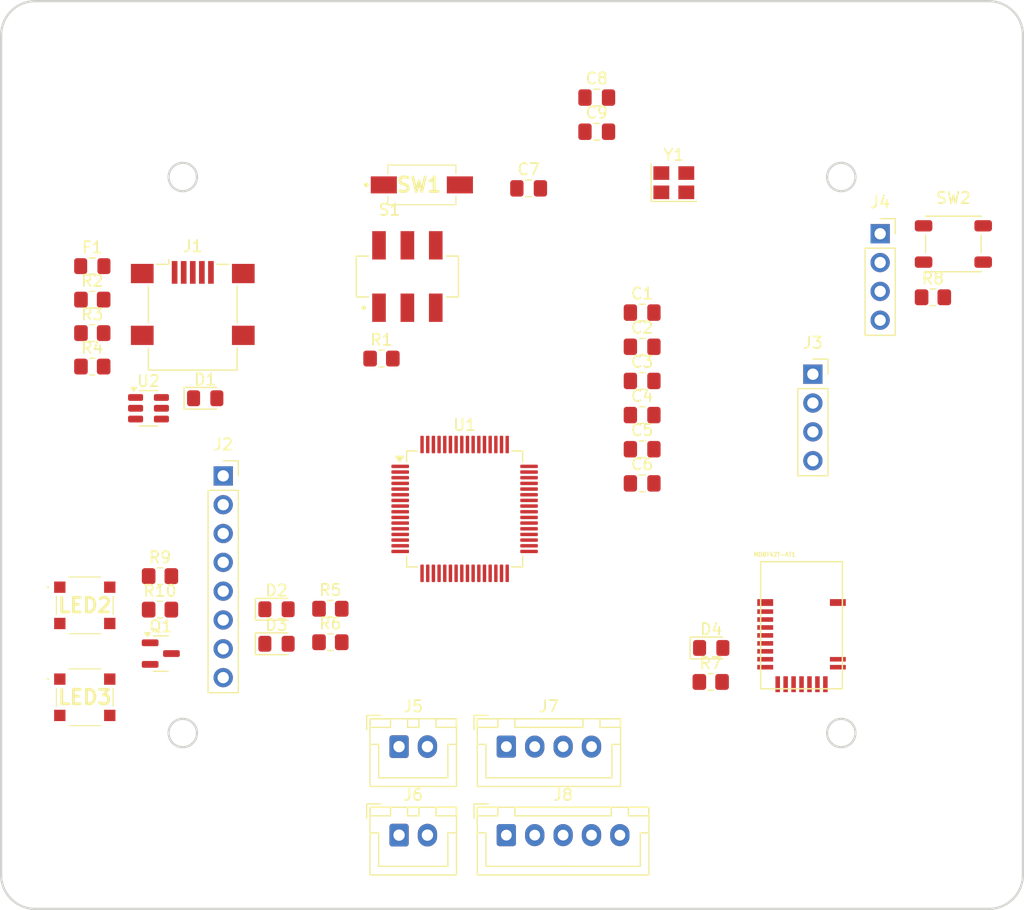
<source format=kicad_pcb>
(kicad_pcb (version 20241229) (generator "pcbnew") (generator_version "9.0")
  (layers (0 "F.Cu" signal) (2 "B.Cu" signal) (13 "F.Paste" user) (15 "B.Paste" user) (5 "F.SilkS" user "F.Silkscreen") (7 "B.SilkS" user "B.Silkscreen") (1 "F.Mask" user) (3 "B.Mask" user) (25 "Edge.Cuts" user))
  (net 0 "")
  (net 9 "+3V3")
  (net 13 "Net-(D2-A)")
  (net 30 "Net-(D3-A)")
  (net 43 "/RESET")
  (net 53 "GND")
  (net 57 "/BOOT")
  (net 58 "Net-(R1-Pad2)")
  (net 59 "/OSC_OUT")
  (net 60 "/OSC_IN")
  (net 61 "Net-(D1-A)")
  (net 62 "Net-(J1-VBUS)")
  (net 63 "Vusb")
  (net 68 "/D+")
  (net 70 "/D-")
  (net 71 "/USB_CONN_D+")
  (net 72 "/USB_CONN_D-")
  (net 73 "/USB_D+")
  (net 74 "/USB_D-")
  (net 76 "+5V")
  (net 77 "/IMU_I2C_SCL")
  (net 79 "/IMU_I2C_SDA")
  (net 80 "/IMU_INT")
  (net 90 "/USER_LED")
  (net 91 "Net-(D4-A)")
  (net 92 "/BL_RX")
  (net 93 "/BL_Wakeup")
  (net 94 "/BL_TX")
  (net 95 "Net-(MDBT42T-AT1-INDICATOR)")
  (net 96 "/ULTRA_ECHO")
  (net 97 "/ULTRA_TRIG")
  (net 98 "/SWDIO")
  (net 99 "/SWCLK")
  (net 100 "/uButton")
  (net 101 "/BN2")
  (net 102 "/BN1")
  (net 103 "/AN1")
  (net 104 "/AN2")
  (net 105 "/E2A")
  (net 106 "/PWR_ADC")
  (net 107 "/E2B")
  (net 108 "/E1A")
  (net 109 "/E1B")
  (net 110 "Net-(LED2-DOUT)")
  (net 111 "Net-(LED2-DIN)")
  (net 113 "/RGB_DIN")
  (footprint "Package_TO_SOT_SMD:SOT-23-6" (layer "F.Cu") (at 114.48 92.88)
    (property "Reference" "U2" (at 0 -2.4 0) (layer "F.SilkS"))
    (property "Value" "USBLC6-2SC6")
    (pad "1" smd roundrect (at -1.1375 -0.95) (size 1.325 0.6) (layers "F.Cu" "F.Mask" "F.Paste") (net 72 "/USB_CONN_D-"))
    (pad "2" smd roundrect (at -1.1375 0) (size 1.325 0.6) (layers "F.Cu" "F.Mask" "F.Paste") (net 53 "GND"))
    (pad "3" smd roundrect (at -1.1375 0.95) (size 1.325 0.6) (layers "F.Cu" "F.Mask" "F.Paste") (net 71 "/USB_CONN_D+"))
    (pad "4" smd roundrect (at 1.1375 0.95) (size 1.325 0.6) (layers "F.Cu" "F.Mask" "F.Paste") (net 73 "/USB_D+"))
    (pad "5" smd roundrect (at 1.1375 0) (size 1.325 0.6) (layers "F.Cu" "F.Mask" "F.Paste") (net 63 "Vusb"))
    (pad "6" smd roundrect (at 1.1375 -0.95) (size 1.325 0.6) (layers "F.Cu" "F.Mask" "F.Paste") (net 74 "/USB_D-"))
  )
  (footprint "Resistor_SMD:R_0805_2012Metric_Pad1.20x1.40mm_HandSolder" (layer "F.Cu") (at 164 117)
    (property "Reference" "R7" (at 0 -1.65 0) (layer "F.SilkS"))
    (property "Value" "10K")
    (pad "1" smd roundrect (at -1 0) (size 1.2 1.4) (layers "F.Cu" "F.Mask" "F.Paste") (roundrect_rratio 0.208333) (net 95 "Net-(MDBT42T-AT1-INDICATOR)"))
    (pad "2" smd roundrect (at 1 0) (size 1.2 1.4) (layers "F.Cu" "F.Mask" "F.Paste") (roundrect_rratio 0.208333) (net 91 "Net-(D4-A)"))
  )
  (footprint "Capacitor_SMD:C_0805_2012Metric_Pad1.18x1.45mm_HandSolder" (layer "F.Cu") (at 153.9625 65.5)
    (property "Reference" "C8" (at 0 -1.68 0) (layer "F.SilkS"))
    (property "Value" "22pF")
    (pad "1" smd roundrect (at -1.0375 0) (size 1.175 1.45) (layers "F.Cu" "F.Mask" "F.Paste") (roundrect_rratio 0.212766) (net 53 "GND"))
    (pad "2" smd roundrect (at 1.0375 0) (size 1.175 1.45) (layers "F.Cu" "F.Mask" "F.Paste") (roundrect_rratio 0.212766) (net 59 "/OSC_OUT"))
  )
  (footprint "LED_SMD:LED_0805_2012Metric_Pad1.15x1.40mm_HandSolder" (layer "F.Cu") (at 164.045 114.005)
    (property "Reference" "D4" (at 0 -1.65 0) (layer "F.SilkS"))
    (property "Value" "BL_PWR_LED")
    (pad "1" smd roundrect (at -1.025 0) (size 1.15 1.4) (layers "F.Cu" "F.Mask" "F.Paste") (roundrect_rratio 0.217391) (net 53 "GND"))
    (pad "2" smd roundrect (at 1.025 0) (size 1.15 1.4) (layers "F.Cu" "F.Mask" "F.Paste") (roundrect_rratio 0.217391) (net 91 "Net-(D4-A)"))
  )
  (footprint "Capacitor_SMD:C_0805_2012Metric_Pad1.18x1.45mm_HandSolder" (layer "F.Cu") (at 157.9625 90.47)
    (property "Reference" "C3" (at 0 -1.68 0) (layer "F.SilkS"))
    (property "Value" "0.1uF")
    (pad "1" smd roundrect (at -1.0375 0) (size 1.175 1.45) (layers "F.Cu" "F.Mask" "F.Paste") (roundrect_rratio 0.212766) (net 9 "+3V3"))
    (pad "2" smd roundrect (at 1.0375 0) (size 1.175 1.45) (layers "F.Cu" "F.Mask" "F.Paste") (roundrect_rratio 0.212766) (net 53 "GND"))
  )
  (footprint "Connector_JST:JST_XH_B5B-XH-A_1x05_P2.50mm_Vertical" (layer "F.Cu") (at 146 130.5)
    (property "Reference" "J8" (at 5 -3.55 0) (layer "F.SilkS"))
    (property "Value" "Conn_HAL")
    (pad "1" thru_hole roundrect (at 0 0) (size 1.7 1.95) (drill 0.95) (layers "*.Cu" "*.Mask") (roundrect_rratio 0.147059) (net 105 "/E2A"))
    (pad "2" thru_hole oval (at 2.5 0) (size 1.7 1.95) (drill 0.95) (layers "*.Cu" "*.Mask") (net 107 "/E2B"))
    (pad "3" thru_hole oval (at 5 0) (size 1.7 1.95) (drill 0.95) (layers "*.Cu" "*.Mask") (net 108 "/E1A"))
    (pad "4" thru_hole oval (at 7.5 0) (size 1.7 1.95) (drill 0.95) (layers "*.Cu" "*.Mask") (net 109 "/E1B"))
    (pad "5" thru_hole oval (at 10 0) (size 1.7 1.95) (drill 0.95) (layers "*.Cu" "*.Mask") (net 106 "/PWR_ADC"))
  )
  (footprint "Resistor_SMD:R_0805_2012Metric_Pad1.20x1.40mm_HandSolder" (layer "F.Cu") (at 130.5 113.5)
    (property "Reference" "R6" (at 0 -1.65 0) (layer "F.SilkS"))
    (property "Value" "10K")
    (pad "1" smd roundrect (at -1 0) (size 1.2 1.4) (layers "F.Cu" "F.Mask" "F.Paste") (roundrect_rratio 0.208333) (net 90 "/USER_LED"))
    (pad "2" smd roundrect (at 1 0) (size 1.2 1.4) (layers "F.Cu" "F.Mask" "F.Paste") (roundrect_rratio 0.208333) (net 30 "Net-(D3-A)"))
  )
  (footprint "Package_QFP:LQFP-64_10x10mm_P0.5mm" (layer "F.Cu") (at 142.325 101.75)
    (property "Reference" "U1" (at 0 -7.4 0) (layer "F.SilkS"))
    (property "Value" "STM32F103RCTx")
    (pad "1" smd roundrect (at -5.675 -3.75) (size 1.55 0.3) (layers "F.Cu" "F.Mask" "F.Paste"))
    (pad "2" smd roundrect (at -5.675 -3.25) (size 1.55 0.3) (layers "F.Cu" "F.Mask" "F.Paste"))
    (pad "3" smd roundrect (at -5.675 -2.75) (size 1.55 0.3) (layers "F.Cu" "F.Mask" "F.Paste"))
    (pad "4" smd roundrect (at -5.675 -2.25) (size 1.55 0.3) (layers "F.Cu" "F.Mask" "F.Paste"))
    (pad "5" smd roundrect (at -5.675 -1.75) (size 1.55 0.3) (layers "F.Cu" "F.Mask" "F.Paste") (net 60 "/OSC_IN"))
    (pad "6" smd roundrect (at -5.675 -1.25) (size 1.55 0.3) (layers "F.Cu" "F.Mask" "F.Paste") (net 59 "/OSC_OUT"))
    (pad "7" smd roundrect (at -5.675 -0.75) (size 1.55 0.3) (layers "F.Cu" "F.Mask" "F.Paste") (net 43 "/RESET"))
    (pad "8" smd roundrect (at -5.675 -0.25) (size 1.55 0.3) (layers "F.Cu" "F.Mask" "F.Paste"))
    (pad "9" smd roundrect (at -5.675 0.25) (size 1.55 0.3) (layers "F.Cu" "F.Mask" "F.Paste"))
    (pad "10" smd roundrect (at -5.675 0.75) (size 1.55 0.3) (layers "F.Cu" "F.Mask" "F.Paste"))
    (pad "11" smd roundrect (at -5.675 1.25) (size 1.55 0.3) (layers "F.Cu" "F.Mask" "F.Paste"))
    (pad "12" smd roundrect (at -5.675 1.75) (size 1.55 0.3) (layers "F.Cu" "F.Mask" "F.Paste") (net 53 "GND"))
    (pad "13" smd roundrect (at -5.675 2.25) (size 1.55 0.3) (layers "F.Cu" "F.Mask" "F.Paste") (net 9 "+3V3"))
    (pad "14" smd roundrect (at -5.675 2.75) (size 1.55 0.3) (layers "F.Cu" "F.Mask" "F.Paste"))
    (pad "15" smd roundrect (at -5.675 3.25) (size 1.55 0.3) (layers "F.Cu" "F.Mask" "F.Paste"))
    (pad "16" smd roundrect (at -5.675 3.75) (size 1.55 0.3) (layers "F.Cu" "F.Mask" "F.Paste"))
    (pad "17" smd roundrect (at -3.75 5.675) (size 0.3 1.55) (layers "F.Cu" "F.Mask" "F.Paste"))
    (pad "18" smd roundrect (at -3.25 5.675) (size 0.3 1.55) (layers "F.Cu" "F.Mask" "F.Paste") (net 53 "GND"))
    (pad "19" smd roundrect (at -2.75 5.675) (size 0.3 1.55) (layers "F.Cu" "F.Mask" "F.Paste") (net 9 "+3V3"))
    (pad "20" smd roundrect (at -2.25 5.675) (size 0.3 1.55) (layers "F.Cu" "F.Mask" "F.Paste"))
    (pad "21" smd roundrect (at -1.75 5.675) (size 0.3 1.55) (layers "F.Cu" "F.Mask" "F.Paste"))
    (pad "22" smd roundrect (at -1.25 5.675) (size 0.3 1.55) (layers "F.Cu" "F.Mask" "F.Paste"))
    (pad "23" smd roundrect (at -0.75 5.675) (size 0.3 1.55) (layers "F.Cu" "F.Mask" "F.Paste"))
    (pad "24" smd roundrect (at -0.25 5.675) (size 0.3 1.55) (layers "F.Cu" "F.Mask" "F.Paste"))
    (pad "25" smd roundrect (at 0.25 5.675) (size 0.3 1.55) (layers "F.Cu" "F.Mask" "F.Paste"))
    (pad "26" smd roundrect (at 0.75 5.675) (size 0.3 1.55) (layers "F.Cu" "F.Mask" "F.Paste"))
    (pad "27" smd roundrect (at 1.25 5.675) (size 0.3 1.55) (layers "F.Cu" "F.Mask" "F.Paste"))
    (pad "28" smd roundrect (at 1.75 5.675) (size 0.3 1.55) (layers "F.Cu" "F.Mask" "F.Paste"))
    (pad "29" smd roundrect (at 2.25 5.675) (size 0.3 1.55) (layers "F.Cu" "F.Mask" "F.Paste"))
    (pad "30" smd roundrect (at 2.75 5.675) (size 0.3 1.55) (layers "F.Cu" "F.Mask" "F.Paste"))
    (pad "31" smd roundrect (at 3.25 5.675) (size 0.3 1.55) (layers "F.Cu" "F.Mask" "F.Paste") (net 53 "GND"))
    (pad "32" smd roundrect (at 3.75 5.675) (size 0.3 1.55) (layers "F.Cu" "F.Mask" "F.Paste") (net 9 "+3V3"))
    (pad "33" smd roundrect (at 5.675 3.75) (size 1.55 0.3) (layers "F.Cu" "F.Mask" "F.Paste"))
    (pad "34" smd roundrect (at 5.675 3.25) (size 1.55 0.3) (layers "F.Cu" "F.Mask" "F.Paste"))
    (pad "35" smd roundrect (at 5.675 2.75) (size 1.55 0.3) (layers "F.Cu" "F.Mask" "F.Paste"))
    (pad "36" smd roundrect (at 5.675 2.25) (size 1.55 0.3) (layers "F.Cu" "F.Mask" "F.Paste"))
    (pad "37" smd roundrect (at 5.675 1.75) (size 1.55 0.3) (layers "F.Cu" "F.Mask" "F.Paste"))
    (pad "38" smd roundrect (at 5.675 1.25) (size 1.55 0.3) (layers "F.Cu" "F.Mask" "F.Paste"))
    (pad "39" smd roundrect (at 5.675 0.75) (size 1.55 0.3) (layers "F.Cu" "F.Mask" "F.Paste"))
    (pad "40" smd roundrect (at 5.675 0.25) (size 1.55 0.3) (layers "F.Cu" "F.Mask" "F.Paste"))
    (pad "41" smd roundrect (at 5.675 -0.25) (size 1.55 0.3) (layers "F.Cu" "F.Mask" "F.Paste"))
    (pad "42" smd roundrect (at 5.675 -0.75) (size 1.55 0.3) (layers "F.Cu" "F.Mask" "F.Paste"))
    (pad "43" smd roundrect (at 5.675 -1.25) (size 1.55 0.3) (layers "F.Cu" "F.Mask" "F.Paste"))
    (pad "44" smd roundrect (at 5.675 -1.75) (size 1.55 0.3) (layers "F.Cu" "F.Mask" "F.Paste") (net 74 "/USB_D-"))
    (pad "45" smd roundrect (at 5.675 -2.25) (size 1.55 0.3) (layers "F.Cu" "F.Mask" "F.Paste") (net 73 "/USB_D+"))
    (pad "46" smd roundrect (at 5.675 -2.75) (size 1.55 0.3) (layers "F.Cu" "F.Mask" "F.Paste"))
    (pad "47" smd roundrect (at 5.675 -3.25) (size 1.55 0.3) (layers "F.Cu" "F.Mask" "F.Paste") (net 53 "GND"))
    (pad "48" smd roundrect (at 5.675 -3.75) (size 1.55 0.3) (layers "F.Cu" "F.Mask" "F.Paste") (net 9 "+3V3"))
    (pad "49" smd roundrect (at 3.75 -5.675) (size 0.3 1.55) (layers "F.Cu" "F.Mask" "F.Paste"))
    (pad "50" smd roundrect (at 3.25 -5.675) (size 0.3 1.55) (layers "F.Cu" "F.Mask" "F.Paste"))
    (pad "51" smd roundrect (at 2.75 -5.675) (size 0.3 1.55) (layers "F.Cu" "F.Mask" "F.Paste"))
    (pad "52" smd roundrect (at 2.25 -5.675) (size 0.3 1.55) (layers "F.Cu" "F.Mask" "F.Paste"))
    (pad "53" smd roundrect (at 1.75 -5.675) (size 0.3 1.55) (layers "F.Cu" "F.Mask" "F.Paste"))
    (pad "54" smd roundrect (at 1.25 -5.675) (size 0.3 1.55) (layers "F.Cu" "F.Mask" "F.Paste"))
    (pad "55" smd roundrect (at 0.75 -5.675) (size 0.3 1.55) (layers "F.Cu" "F.Mask" "F.Paste"))
    (pad "56" smd roundrect (at 0.25 -5.675) (size 0.3 1.55) (layers "F.Cu" "F.Mask" "F.Paste"))
    (pad "57" smd roundrect (at -0.25 -5.675) (size 0.3 1.55) (layers "F.Cu" "F.Mask" "F.Paste"))
    (pad "58" smd roundrect (at -0.75 -5.675) (size 0.3 1.55) (layers "F.Cu" "F.Mask" "F.Paste"))
    (pad "59" smd roundrect (at -1.25 -5.675) (size 0.3 1.55) (layers "F.Cu" "F.Mask" "F.Paste"))
    (pad "60" smd roundrect (at -1.75 -5.675) (size 0.3 1.55) (layers "F.Cu" "F.Mask" "F.Paste") (net 57 "/BOOT"))
    (pad "61" smd roundrect (at -2.25 -5.675) (size 0.3 1.55) (layers "F.Cu" "F.Mask" "F.Paste"))
    (pad "62" smd roundrect (at -2.75 -5.675) (size 0.3 1.55) (layers "F.Cu" "F.Mask" "F.Paste"))
    (pad "63" smd roundrect (at -3.25 -5.675) (size 0.3 1.55) (layers "F.Cu" "F.Mask" "F.Paste") (net 53 "GND"))
    (pad "64" smd roundrect (at -3.75 -5.675) (size 0.3 1.55) (layers "F.Cu" "F.Mask" "F.Paste") (net 9 "+3V3"))
  )
  (footprint "Capacitor_SMD:C_0805_2012Metric_Pad1.18x1.45mm_HandSolder" (layer "F.Cu") (at 157.9625 99.5)
    (property "Reference" "C6" (at 0 -1.68 0) (layer "F.SilkS"))
    (property "Value" "10uF")
    (pad "1" smd roundrect (at -1.0375 0) (size 1.175 1.45) (layers "F.Cu" "F.Mask" "F.Paste") (roundrect_rratio 0.212766) (net 9 "+3V3"))
    (pad "2" smd roundrect (at 1.0375 0) (size 1.175 1.45) (layers "F.Cu" "F.Mask" "F.Paste") (roundrect_rratio 0.212766) (net 53 "GND"))
  )
  (footprint "Capacitor_SMD:C_0805_2012Metric_Pad1.18x1.45mm_HandSolder" (layer "F.Cu") (at 157.9625 84.45)
    (property "Reference" "C1" (at 0 -1.68 0) (layer "F.SilkS"))
    (property "Value" "0.1uF")
    (pad "1" smd roundrect (at -1.0375 0) (size 1.175 1.45) (layers "F.Cu" "F.Mask" "F.Paste") (roundrect_rratio 0.212766) (net 9 "+3V3"))
    (pad "2" smd roundrect (at 1.0375 0) (size 1.175 1.45) (layers "F.Cu" "F.Mask" "F.Paste") (roundrect_rratio 0.212766) (net 53 "GND"))
  )
  (footprint "Crystal:Crystal_SMD_Abracon_ABM8G-4Pin_3.2x2.5mm" (layer "F.Cu") (at 160.75 73)
    (property "Reference" "Y1" (at 0 -2.45 0) (layer "F.SilkS"))
    (property "Value" "16Mhz")
    (pad "1" smd rect (at -1.1 0.85) (size 1.4 1.2) (layers "F.Cu" "F.Mask" "F.Paste") (net 60 "/OSC_IN"))
    (pad "2" smd rect (at 1.1 0.85) (size 1.4 1.2) (layers "F.Cu" "F.Mask" "F.Paste") (net 53 "GND"))
    (pad "3" smd rect (at 1.1 -0.85) (size 1.4 1.2) (layers "F.Cu" "F.Mask" "F.Paste") (net 59 "/OSC_OUT"))
    (pad "4" smd rect (at -1.1 -0.85) (size 1.4 1.2) (layers "F.Cu" "F.Mask" "F.Paste") (net 53 "GND"))
  )
  (footprint "Fuse:Fuse_0805_2012Metric_Pad1.15x1.40mm_HandSolder" (layer "F.Cu") (at 109.53 80.355)
    (property "Reference" "F1" (at 0 -1.65 0) (layer "F.SilkS"))
    (property "Value" "PTCSMD")
    (pad "1" smd roundrect (at -1.025 0) (size 1.15 1.4) (layers "F.Cu" "F.Mask" "F.Paste") (roundrect_rratio 0.217391) (net 62 "Net-(J1-VBUS)"))
    (pad "2" smd roundrect (at 1.025 0) (size 1.15 1.4) (layers "F.Cu" "F.Mask" "F.Paste") (roundrect_rratio 0.217391) (net 63 "Vusb"))
  )
  (footprint "Package_TO_SOT_SMD:SOT-23" (layer "F.Cu") (at 115.5625 114.5)
    (property "Reference" "Q1" (at 0 -2.4 0) (layer "F.SilkS"))
    (property "Value" "BSS138")
    (pad "1" smd roundrect (at -0.9375 -0.95) (size 1.475 0.6) (layers "F.Cu" "F.Mask" "F.Paste") (net 9 "+3V3"))
    (pad "2" smd roundrect (at -0.9375 0.95) (size 1.475 0.6) (layers "F.Cu" "F.Mask" "F.Paste") (net 111 "Net-(LED2-DIN)"))
    (pad "3" smd roundrect (at 0.9375 0) (size 1.475 0.6) (layers "F.Cu" "F.Mask" "F.Paste") (net 113 "/RGB_DIN"))
  )
  (footprint "Connector_JST:JST_XH_B2B-XH-A_1x02_P2.50mm_Vertical" (layer "F.Cu") (at 136.55 122.7)
    (property "Reference" "J5" (at 1.25 -3.55 0) (layer "F.SilkS"))
    (property "Value" "Conn_5V")
    (pad "1" thru_hole roundrect (at 0 0) (size 1.7 2) (drill 1) (layers "*.Cu" "*.Mask") (roundrect_rratio 0.147059) (net 76 "+5V"))
    (pad "2" thru_hole oval (at 2.5 0) (size 1.7 2) (drill 1) (layers "*.Cu" "*.Mask") (net 53 "GND"))
  )
  (footprint "Capacitor_SMD:C_0805_2012Metric_Pad1.18x1.45mm_HandSolder" (layer "F.Cu") (at 157.9625 87.46)
    (property "Reference" "C2" (at 0 -1.68 0) (layer "F.SilkS"))
    (property "Value" "0.1uF")
    (pad "1" smd roundrect (at -1.0375 0) (size 1.175 1.45) (layers "F.Cu" "F.Mask" "F.Paste") (roundrect_rratio 0.212766) (net 9 "+3V3"))
    (pad "2" smd roundrect (at 1.0375 0) (size 1.175 1.45) (layers "F.Cu" "F.Mask" "F.Paste") (roundrect_rratio 0.212766) (net 53 "GND"))
  )
  (footprint "Connector_JST:JST_XH_B2B-XH-A_1x02_P2.50mm_Vertical" (layer "F.Cu") (at 136.55 130.5)
    (property "Reference" "J6" (at 1.25 -3.55 0) (layer "F.SilkS"))
    (property "Value" "Conn_3V3")
    (pad "1" thru_hole roundrect (at 0 0) (size 1.7 2) (drill 1) (layers "*.Cu" "*.Mask") (roundrect_rratio 0.147059) (net 9 "+3V3"))
    (pad "2" thru_hole oval (at 2.5 0) (size 1.7 2) (drill 1) (layers "*.Cu" "*.Mask") (net 53 "GND"))
  )
  (footprint "MDBT42T-AT:MDBT42T" (layer "F.Cu") (at 172 112)
    (property "Reference" "MDBT42T-AT1" (at -2.375 -6.225 0) (layer "F.SilkS") (effects (font (size 0.354331 0.354331))))
    (property "Value" "MDBT42T-AT")
    (pad "1" smd rect (at -3.2 -2) (size 1.4 0.6) (layers "F.Cu" "F.Mask" "F.Paste") (net 53 "GND"))
    (pad "2" smd rect (at -3.2 -1.2) (size 1.4 0.4) (layers "F.Cu" "F.Mask" "F.Paste"))
    (pad "3" smd rect (at -3.2 -0.5) (size 1.4 0.4) (layers "F.Cu" "F.Mask" "F.Paste"))
    (pad "4" smd rect (at -3.2 0.2) (size 1.4 0.4) (layers "F.Cu" "F.Mask" "F.Paste"))
    (pad "5" smd rect (at -3.2 0.9) (size 1.4 0.4) (layers "F.Cu" "F.Mask" "F.Paste") (net 95 "Net-(MDBT42T-AT1-INDICATOR)"))
    (pad "6" smd rect (at -3.2 1.6) (size 1.4 0.4) (layers "F.Cu" "F.Mask" "F.Paste") (net 93 "/BL_Wakeup"))
    (pad "7" smd rect (at -3.2 2.3) (size 1.4 0.4) (layers "F.Cu" "F.Mask" "F.Paste") (net 94 "/BL_TX"))
    (pad "8" smd rect (at -3.2 3) (size 1.4 0.4) (layers "F.Cu" "F.Mask" "F.Paste") (net 92 "/BL_RX"))
    (pad "9" smd rect (at -3.2 3.7) (size 1.4 0.4) (layers "F.Cu" "F.Mask" "F.Paste") (net 53 "GND"))
    (pad "10" smd rect (at -2.1 5.2) (size 0.4 1.4) (layers "F.Cu" "F.Mask" "F.Paste") (net 53 "GND"))
    (pad "11" smd rect (at -1.4 5.2) (size 0.4 1.4) (layers "F.Cu" "F.Mask" "F.Paste"))
    (pad "12" smd rect (at -0.7 5.2) (size 0.4 1.4) (layers "F.Cu" "F.Mask" "F.Paste") (net 53 "GND"))
    (pad "13" smd rect (at 0 5.2) (size 0.4 1.4) (layers "F.Cu" "F.Mask" "F.Paste"))
    (pad "14" smd rect (at 0.7 5.2) (size 0.4 1.4) (layers "F.Cu" "F.Mask" "F.Paste"))
    (pad "15" smd rect (at 1.4 5.2) (size 0.4 1.4) (layers "F.Cu" "F.Mask" "F.Paste") (net 9 "+3V3"))
    (pad "16" smd rect (at 2.1 5.2) (size 0.4 1.4) (layers "F.Cu" "F.Mask" "F.Paste") (net 53 "GND"))
    (pad "17" smd rect (at 3.2 3.7) (size 1.4 0.4) (layers "F.Cu" "F.Mask" "F.Paste"))
    (pad "18" smd rect (at 3.2 3) (size 1.4 0.4) (layers "F.Cu" "F.Mask" "F.Paste"))
    (pad "19" smd rect (at 3.2 -2) (size 1.4 0.6) (layers "F.Cu" "F.Mask" "F.Paste") (net 53 "GND"))
  )
  (footprint "Resistor_SMD:R_0805_2012Metric_Pad1.20x1.40mm_HandSolder" (layer "F.Cu") (at 183.575 83.1)
    (property "Reference" "R8" (at 0 -1.65 0) (layer "F.SilkS"))
    (property "Value" "10K")
    (pad "1" smd roundrect (at -1 0) (size 1.2 1.4) (layers "F.Cu" "F.Mask" "F.Paste") (roundrect_rratio 0.208333) (net 9 "+3V3"))
    (pad "2" smd roundrect (at 1 0) (size 1.2 1.4) (layers "F.Cu" "F.Mask" "F.Paste") (roundrect_rratio 0.208333) (net 100 "/uButton"))
  )
  (footprint "SW_uP_Boot:SW_JS202011SCQN" (layer "F.Cu") (at 137.2825 81.27)
    (property "Reference" "S1" (at -1.575 -5.885 0) (layer "F.SilkS"))
    (property "Value" "JS202011SCQN")
    (pad "1" smd rect (at -2.5 2.75) (size 1.2 2.5) (layers "F.Cu" "F.Mask" "F.Paste") (net 9 "+3V3"))
    (pad "2" smd rect (at 0 2.75) (size 1.2 2.5) (layers "F.Cu" "F.Mask" "F.Paste") (net 58 "Net-(R1-Pad2)"))
    (pad "3" smd rect (at 2.5 2.75) (size 1.2 2.5) (layers "F.Cu" "F.Mask" "F.Paste") (net 53 "GND"))
    (pad "4" smd rect (at -2.5 -2.75) (size 1.2 2.5) (layers "F.Cu" "F.Mask" "F.Paste"))
    (pad "5" smd rect (at 0 -2.75) (size 1.2 2.5) (layers "F.Cu" "F.Mask" "F.Paste"))
    (pad "6" smd rect (at 2.5 -2.75) (size 1.2 2.5) (layers "F.Cu" "F.Mask" "F.Paste"))
  )
  (footprint "Capacitor_SMD:C_0805_2012Metric_Pad1.18x1.45mm_HandSolder" (layer "F.Cu") (at 157.9625 93.48)
    (property "Reference" "C4" (at 0 -1.68 0) (layer "F.SilkS"))
    (property "Value" "0.1uF")
    (pad "1" smd roundrect (at -1.0375 0) (size 1.175 1.45) (layers "F.Cu" "F.Mask" "F.Paste") (roundrect_rratio 0.212766) (net 9 "+3V3"))
    (pad "2" smd roundrect (at 1.0375 0) (size 1.175 1.45) (layers "F.Cu" "F.Mask" "F.Paste") (roundrect_rratio 0.212766) (net 53 "GND"))
  )
  (footprint "Capacitor_SMD:C_0805_2012Metric_Pad1.18x1.45mm_HandSolder" (layer "F.Cu") (at 157.9625 96.49)
    (property "Reference" "C5" (at 0 -1.68 0) (layer "F.SilkS"))
    (property "Value" "0.1uF")
    (pad "1" smd roundrect (at -1.0375 0) (size 1.175 1.45) (layers "F.Cu" "F.Mask" "F.Paste") (roundrect_rratio 0.212766) (net 9 "+3V3"))
    (pad "2" smd roundrect (at 1.0375 0) (size 1.175 1.45) (layers "F.Cu" "F.Mask" "F.Paste") (roundrect_rratio 0.212766) (net 53 "GND"))
  )
  (footprint "Connector_PinSocket_2.54mm:PinSocket_1x08_P2.54mm_Vertical" (layer "F.Cu") (at 121.06 98.84)
    (property "Reference" "J2" (at 0 -2.77 0) (layer "F.SilkS"))
    (property "Value" "CONN_MPU_6050")
    (pad "1" thru_hole rect (at 0 0) (size 1.7 1.7) (drill 1) (layers "*.Cu" "*.Mask") (net 76 "+5V"))
    (pad "2" thru_hole circle (at 0 2.54) (size 1.7 1.7) (drill 1) (layers "*.Cu" "*.Mask") (net 53 "GND"))
    (pad "3" thru_hole circle (at 0 5.08) (size 1.7 1.7) (drill 1) (layers "*.Cu" "*.Mask") (net 77 "/IMU_I2C_SCL"))
    (pad "4" thru_hole circle (at 0 7.62) (size 1.7 1.7) (drill 1) (layers "*.Cu" "*.Mask") (net 79 "/IMU_I2C_SDA"))
    (pad "5" thru_hole circle (at 0 10.16) (size 1.7 1.7) (drill 1) (layers "*.Cu" "*.Mask"))
    (pad "6" thru_hole circle (at 0 12.7) (size 1.7 1.7) (drill 1) (layers "*.Cu" "*.Mask"))
    (pad "7" thru_hole circle (at 0 15.24) (size 1.7 1.7) (drill 1) (layers "*.Cu" "*.Mask"))
    (pad "8" thru_hole circle (at 0 17.78) (size 1.7 1.7) (drill 1) (layers "*.Cu" "*.Mask") (net 80 "/IMU_INT"))
  )
  (footprint "LED_SMD:LED_0805_2012Metric_Pad1.15x1.40mm_HandSolder" (layer "F.Cu") (at 125.755 113.635)
    (property "Reference" "D3" (at 0 -1.65 0) (layer "F.SilkS"))
    (property "Value" "USER_LED")
    (pad "1" smd roundrect (at -1.025 0) (size 1.15 1.4) (layers "F.Cu" "F.Mask" "F.Paste") (roundrect_rratio 0.217391) (net 53 "GND"))
    (pad "2" smd roundrect (at 1.025 0) (size 1.15 1.4) (layers "F.Cu" "F.Mask" "F.Paste") (roundrect_rratio 0.217391) (net 30 "Net-(D3-A)"))
  )
  (footprint "Resistor_SMD:R_0805_2012Metric_Pad1.20x1.40mm_HandSolder" (layer "F.Cu") (at 135 88.5)
    (property "Reference" "R1" (at 0 -1.65 0) (layer "F.SilkS"))
    (property "Value" "10K")
    (pad "1" smd roundrect (at -1 0) (size 1.2 1.4) (layers "F.Cu" "F.Mask" "F.Paste") (roundrect_rratio 0.208333) (net 57 "/BOOT"))
    (pad "2" smd roundrect (at 1 0) (size 1.2 1.4) (layers "F.Cu" "F.Mask" "F.Paste") (roundrect_rratio 0.208333) (net 58 "Net-(R1-Pad2)"))
  )
  (footprint "RGB_LED:INPI55TATPRPGPB" (layer "F.Cu") (at 108.8675 118.35)
    (property "Reference" "LED3" (at 0 0 0) (layer "F.SilkS") (effects (font (size 1.27 1.27) (thickness 0.254))))
    (property "Value" "IN-PI55TATPRPGPB" (hide yes))
    (pad "1" smd rect (at -2.2 -1.6 90) (size 1 1) (layers "F.Cu" "F.Mask" "F.Paste") (net 76 "+5V"))
    (pad "2" smd rect (at -2.2 1.6 90) (size 1 1) (layers "F.Cu" "F.Mask" "F.Paste"))
    (pad "3" smd rect (at 2.2 1.6 90) (size 1 1) (layers "F.Cu" "F.Mask" "F.Paste") (net 53 "GND"))
    (pad "4" smd rect (at 2.2 -1.6 90) (size 1 1) (layers "F.Cu" "F.Mask" "F.Paste") (net 110 "Net-(LED2-DOUT)"))
  )
  (footprint "Button_Switch_SMD:SW_SPST_PTS647_Sx50" (layer "F.Cu") (at 185.375 78.4)
    (property "Reference" "SW2" (at 0 -4.05 0) (layer "F.SilkS"))
    (property "Value" "SW_uP_Reset")
    (pad "1" smd roundrect (at -2.625 -1.6) (size 1.55 1) (layers "F.Cu" "F.Mask" "F.Paste") (net 100 "/uButton"))
    (pad "1" smd roundrect (at 2.625 -1.6) (size 1.55 1) (layers "F.Cu" "F.Mask" "F.Paste") (net 100 "/uButton"))
    (pad "2" smd roundrect (at -2.625 1.6) (size 1.55 1) (layers "F.Cu" "F.Mask" "F.Paste") (net 53 "GND"))
    (pad "2" smd roundrect (at 2.625 1.6) (size 1.55 1) (layers "F.Cu" "F.Mask" "F.Paste") (net 53 "GND"))
  )
  (footprint "Resistor_SMD:R_0805_2012Metric_Pad1.20x1.40mm_HandSolder" (layer "F.Cu") (at 109.53 86.255)
    (property "Reference" "R3" (at 0 -1.65 0) (layer "F.SilkS"))
    (property "Value" "22")
    (pad "1" smd roundrect (at -1 0) (size 1.2 1.4) (layers "F.Cu" "F.Mask" "F.Paste") (roundrect_rratio 0.208333) (net 70 "/D-"))
    (pad "2" smd roundrect (at 1 0) (size 1.2 1.4) (layers "F.Cu" "F.Mask" "F.Paste") (roundrect_rratio 0.208333) (net 72 "/USB_CONN_D-"))
  )
  (footprint "Capacitor_SMD:C_0805_2012Metric_Pad1.18x1.45mm_HandSolder" (layer "F.Cu") (at 147.9625 73.5)
    (property "Reference" "C7" (at 0 -1.68 0) (layer "F.SilkS"))
    (property "Value" "0.01uF")
    (pad "1" smd roundrect (at -1.0375 0) (size 1.175 1.45) (layers "F.Cu" "F.Mask" "F.Paste") (roundrect_rratio 0.212766) (net 53 "GND"))
    (pad "2" smd roundrect (at 1.0375 0) (size 1.175 1.45) (layers "F.Cu" "F.Mask" "F.Paste") (roundrect_rratio 0.212766) (net 43 "/RESET"))
  )
  (footprint "Resistor_SMD:R_0805_2012Metric_Pad1.20x1.40mm_HandSolder" (layer "F.Cu") (at 109.53 83.305)
    (property "Reference" "R2" (at 0 -1.65 0) (layer "F.SilkS"))
    (property "Value" "22")
    (pad "1" smd roundrect (at -1 0) (size 1.2 1.4) (layers "F.Cu" "F.Mask" "F.Paste") (roundrect_rratio 0.208333) (net 68 "/D+"))
    (pad "2" smd roundrect (at 1 0) (size 1.2 1.4) (layers "F.Cu" "F.Mask" "F.Paste") (roundrect_rratio 0.208333) (net 71 "/USB_CONN_D+"))
  )
  (footprint "Resistor_SMD:R_0805_2012Metric_Pad1.20x1.40mm_HandSolder" (layer "F.Cu") (at 115.4925 110.625)
    (property "Reference" "R10" (at 0 -1.65 0) (layer "F.SilkS"))
    (property "Value" "10K")
    (pad "1" smd roundrect (at -1 0) (size 1.2 1.4) (layers "F.Cu" "F.Mask" "F.Paste") (roundrect_rratio 0.208333) (net 9 "+3V3"))
    (pad "2" smd roundrect (at 1 0) (size 1.2 1.4) (layers "F.Cu" "F.Mask" "F.Paste") (roundrect_rratio 0.208333) (net 113 "/RGB_DIN"))
  )
  (footprint "Connector_USB:USB_Mini-B_Lumberg_2486_01_Horizontal" (layer "F.Cu") (at 118.38 83.605)
    (property "Reference" "J1" (at 0 -5 0) (layer "F.SilkS"))
    (property "Value" "USB_B_Mini")
    (pad "" np_thru_hole circle (at -2.2 0) (size 1 1) (drill 1) (layers "*.Cu" "*.Mask"))
    (pad "" np_thru_hole circle (at 2.2 0) (size 1 1) (drill 1) (layers "*.Cu" "*.Mask"))
    (pad "1" smd rect (at -1.6 -2.7) (size 0.5 2) (layers "F.Cu" "F.Mask" "F.Paste") (net 62 "Net-(J1-VBUS)"))
    (pad "2" smd rect (at -0.8 -2.7) (size 0.5 2) (layers "F.Cu" "F.Mask" "F.Paste") (net 70 "/D-"))
    (pad "3" smd rect (at 0 -2.7) (size 0.5 2) (layers "F.Cu" "F.Mask" "F.Paste") (net 68 "/D+"))
    (pad "4" smd rect (at 0.8 -2.7) (size 0.5 2) (layers "F.Cu" "F.Mask" "F.Paste"))
    (pad "5" smd rect (at 1.6 -2.7) (size 0.5 2) (layers "F.Cu" "F.Mask" "F.Paste") (net 53 "GND"))
    (pad "6" smd rect (at -4.45 -2.6) (size 2 1.7) (layers "F.Cu" "F.Mask" "F.Paste"))
    (pad "6" smd rect (at -4.45 2.85) (size 2 1.7) (layers "F.Cu" "F.Mask" "F.Paste"))
    (pad "6" smd rect (at 4.45 -2.6) (size 2 1.7) (layers "F.Cu" "F.Mask" "F.Paste"))
    (pad "6" smd rect (at 4.45 2.85) (size 2 1.7) (layers "F.Cu" "F.Mask" "F.Paste"))
  )
  (footprint "LED_SMD:LED_0805_2012Metric_Pad1.15x1.40mm_HandSolder" (layer "F.Cu") (at 125.755 110.595)
    (property "Reference" "D2" (at 0 -1.65 0) (layer "F.SilkS"))
    (property "Value" "uP_PWR_LED")
    (pad "1" smd roundrect (at -1.025 0) (size 1.15 1.4) (layers "F.Cu" "F.Mask" "F.Paste") (roundrect_rratio 0.217391) (net 53 "GND"))
    (pad "2" smd roundrect (at 1.025 0) (size 1.15 1.4) (layers "F.Cu" "F.Mask" "F.Paste") (roundrect_rratio 0.217391) (net 13 "Net-(D2-A)"))
  )
  (footprint "Resistor_SMD:R_0805_2012Metric_Pad1.20x1.40mm_HandSolder" (layer "F.Cu") (at 130.5 110.55)
    (property "Reference" "R5" (at 0 -1.65 0) (layer "F.SilkS"))
    (property "Value" "10K")
    (pad "1" smd roundrect (at -1 0) (size 1.2 1.4) (layers "F.Cu" "F.Mask" "F.Paste") (roundrect_rratio 0.208333) (net 9 "+3V3"))
    (pad "2" smd roundrect (at 1 0) (size 1.2 1.4) (layers "F.Cu" "F.Mask" "F.Paste") (roundrect_rratio 0.208333) (net 13 "Net-(D2-A)"))
  )
  (footprint "Connector_JST:JST_XH_B4B-XH-A_1x04_P2.50mm_Vertical" (layer "F.Cu") (at 146 122.7)
    (property "Reference" "J7" (at 3.75 -3.55 0) (layer "F.SilkS"))
    (property "Value" "Conn_DRIVE")
    (pad "1" thru_hole roundrect (at 0 0) (size 1.7 1.95) (drill 0.95) (layers "*.Cu" "*.Mask") (roundrect_rratio 0.147059) (net 104 "/AN2"))
    (pad "2" thru_hole oval (at 2.5 0) (size 1.7 1.95) (drill 0.95) (layers "*.Cu" "*.Mask") (net 103 "/AN1"))
    (pad "3" thru_hole oval (at 5 0) (size 1.7 1.95) (drill 0.95) (layers "*.Cu" "*.Mask") (net 102 "/BN1"))
    (pad "4" thru_hole oval (at 7.5 0) (size 1.7 1.95) (drill 0.95) (layers "*.Cu" "*.Mask") (net 101 "/BN2"))
  )
  (footprint "Components(Switch):SW_uP_Reset" (layer "F.Cu") (at 138.5575 73.195)
    (property "Reference" "SW1" (at -0.25 0 0) (layer "F.SilkS") (effects (font (size 1.27 1.27) (thickness 0.254))))
    (property "Value" "SW_SPST" (hide yes))
    (pad "1" smd rect (at -3.35 0 90) (size 1.5 2.3) (layers "F.Cu" "F.Mask" "F.Paste") (net 53 "GND"))
    (pad "2" smd rect (at 3.35 0 90) (size 1.5 2.3) (layers "F.Cu" "F.Mask" "F.Paste") (net 43 "/RESET"))
  )
  (footprint "Capacitor_SMD:C_0805_2012Metric_Pad1.18x1.45mm_HandSolder" (layer "F.Cu") (at 153.9625 68.51)
    (property "Reference" "C9" (at 0 -1.68 0) (layer "F.SilkS"))
    (property "Value" "22pF")
    (pad "1" smd roundrect (at -1.0375 0) (size 1.175 1.45) (layers "F.Cu" "F.Mask" "F.Paste") (roundrect_rratio 0.212766) (net 53 "GND"))
    (pad "2" smd roundrect (at 1.0375 0) (size 1.175 1.45) (layers "F.Cu" "F.Mask" "F.Paste") (roundrect_rratio 0.212766) (net 60 "/OSC_IN"))
  )
  (footprint "RGB_LED:INPI55TATPRPGPB" (layer "F.Cu") (at 108.8675 110.25)
    (property "Reference" "LED2" (at 0 0 0) (layer "F.SilkS") (effects (font (size 1.27 1.27) (thickness 0.254))))
    (property "Value" "IN-PI55TATPRPGPB" (hide yes))
    (pad "1" smd rect (at -2.2 -1.6 90) (size 1 1) (layers "F.Cu" "F.Mask" "F.Paste") (net 76 "+5V"))
    (pad "2" smd rect (at -2.2 1.6 90) (size 1 1) (layers "F.Cu" "F.Mask" "F.Paste") (net 110 "Net-(LED2-DOUT)"))
    (pad "3" smd rect (at 2.2 1.6 90) (size 1 1) (layers "F.Cu" "F.Mask" "F.Paste") (net 53 "GND"))
    (pad "4" smd rect (at 2.2 -1.6 90) (size 1 1) (layers "F.Cu" "F.Mask" "F.Paste") (net 111 "Net-(LED2-DIN)"))
  )
  (footprint "Connector_PinSocket_2.54mm:PinSocket_1x04_P2.54mm_Vertical" (layer "F.Cu") (at 173 89.88)
    (property "Reference" "J3" (at 0 -2.77 0) (layer "F.SilkS"))
    (property "Value" "Conn_ULTRA")
    (pad "1" thru_hole rect (at 0 0) (size 1.7 1.7) (drill 1) (layers "*.Cu" "*.Mask") (net 53 "GND"))
    (pad "2" thru_hole circle (at 0 2.54) (size 1.7 1.7) (drill 1) (layers "*.Cu" "*.Mask") (net 96 "/ULTRA_ECHO"))
    (pad "3" thru_hole circle (at 0 5.08) (size 1.7 1.7) (drill 1) (layers "*.Cu" "*.Mask") (net 97 "/ULTRA_TRIG"))
    (pad "4" thru_hole circle (at 0 7.62) (size 1.7 1.7) (drill 1) (layers "*.Cu" "*.Mask") (net 76 "+5V"))
  )
  (footprint "LED_SMD:LED_0805_2012Metric_Pad1.15x1.40mm_HandSolder" (layer "F.Cu") (at 119.475 92)
    (property "Reference" "D1" (at 0 -1.65 0) (layer "F.SilkS"))
    (property "Value" "USB_PWR_LED")
    (pad "1" smd roundrect (at -1.025 0) (size 1.15 1.4) (layers "F.Cu" "F.Mask" "F.Paste") (roundrect_rratio 0.217391) (net 53 "GND"))
    (pad "2" smd roundrect (at 1.025 0) (size 1.15 1.4) (layers "F.Cu" "F.Mask" "F.Paste") (roundrect_rratio 0.217391) (net 61 "Net-(D1-A)"))
  )
  (footprint "Connector_PinSocket_2.54mm:PinSocket_1x04_P2.54mm_Vertical" (layer "F.Cu") (at 178.925 77.5)
    (property "Reference" "J4" (at 0 -2.77 0) (layer "F.SilkS"))
    (property "Value" "Conn_SWD")
    (pad "1" thru_hole rect (at 0 0) (size 1.7 1.7) (drill 1) (layers "*.Cu" "*.Mask") (net 98 "/SWDIO"))
    (pad "2" thru_hole circle (at 0 2.54) (size 1.7 1.7) (drill 1) (layers "*.Cu" "*.Mask") (net 53 "GND"))
    (pad "3" thru_hole circle (at 0 5.08) (size 1.7 1.7) (drill 1) (layers "*.Cu" "*.Mask") (net 99 "/SWCLK"))
    (pad "4" thru_hole circle (at 0 7.62) (size 1.7 1.7) (drill 1) (layers "*.Cu" "*.Mask") (net 9 "+3V3"))
  )
  (footprint "Resistor_SMD:R_0805_2012Metric_Pad1.20x1.40mm_HandSolder" (layer "F.Cu") (at 109.53 89.205)
    (property "Reference" "R4" (at 0 -1.65 0) (layer "F.SilkS"))
    (property "Value" "10K")
    (pad "1" smd roundrect (at -1 0) (size 1.2 1.4) (layers "F.Cu" "F.Mask" "F.Paste") (roundrect_rratio 0.208333) (net 63 "Vusb"))
    (pad "2" smd roundrect (at 1 0) (size 1.2 1.4) (layers "F.Cu" "F.Mask" "F.Paste") (roundrect_rratio 0.208333) (net 61 "Net-(D1-A)"))
  )
  (footprint "Resistor_SMD:R_0805_2012Metric_Pad1.20x1.40mm_HandSolder" (layer "F.Cu") (at 115.4925 107.675)
    (property "Reference" "R9" (at 0 -1.65 0) (layer "F.SilkS"))
    (property "Value" "10K")
    (pad "1" smd roundrect (at -1 0) (size 1.2 1.4) (layers "F.Cu" "F.Mask" "F.Paste") (roundrect_rratio 0.208333) (net 76 "+5V"))
    (pad "2" smd roundrect (at 1 0) (size 1.2 1.4) (layers "F.Cu" "F.Mask" "F.Paste") (roundrect_rratio 0.208333) (net 111 "Net-(LED2-DIN)"))
  )
  (gr_arc (start 104.500001 137.000001) (mid 102.37868 136.121321) (end 101.5 134) (stroke (width 0.2)) (layer "Edge.Cuts"))
  (gr_circle (center 117.5 72.500001) (end 118.75 72.500001) (stroke (width 0.2)) (fill no) (layer "Edge.Cuts"))
  (gr_circle (center 175.5 121.500001) (end 176.75 121.500001) (stroke (width 0.2)) (fill no) (layer "Edge.Cuts"))
  (gr_circle (center 175.5 72.500001) (end 176.75 72.500001) (stroke (width 0.2)) (fill no) (layer "Edge.Cuts"))
  (gr_circle (center 117.5 121.500001) (end 118.75 121.500001) (stroke (width 0.2)) (fill no) (layer "Edge.Cuts"))
  (gr_line (start 188.5 137.000001) (end 104.500001 137.000001) (stroke (width 0.2)) (layer "Edge.Cuts"))
  (gr_arc (start 188.5 57.000001) (mid 190.62132 57.878681) (end 191.5 60.000001) (stroke (width 0.2)) (layer "Edge.Cuts"))
  (gr_arc (start 191.5 134.000001) (mid 190.62132 136.121321) (end 188.5 137.000001) (stroke (width 0.2)) (layer "Edge.Cuts"))
  (gr_line (start 191.5 134.000001) (end 191.5 60.000001) (stroke (width 0.2)) (layer "Edge.Cuts"))
  (gr_line (start 101.5 134) (end 101.5 60.000002) (stroke (width 0.2)) (layer "Edge.Cuts"))
  (gr_line (start 188.5 57.000001) (end 104.500001 57.000001) (stroke (width 0.2)) (layer "Edge.Cuts"))
  (gr_arc (start 101.5 60.000002) (mid 102.37868 57.878681) (end 104.500001 57.000001) (stroke (width 0.2)) (layer "Edge.Cuts"))
)
</source>
